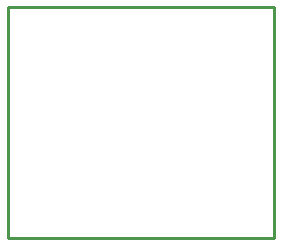
<source format=gbr>
G04 EAGLE Gerber RS-274X export*
G75*
%MOMM*%
%FSLAX34Y34*%
%LPD*%
%IN*%
%IPPOS*%
%AMOC8*
5,1,8,0,0,1.08239X$1,22.5*%
G01*
%ADD10C,0.254000*%


D10*
X0Y0D02*
X225000Y0D01*
X225000Y195000D01*
X0Y195000D01*
X0Y0D01*
M02*

</source>
